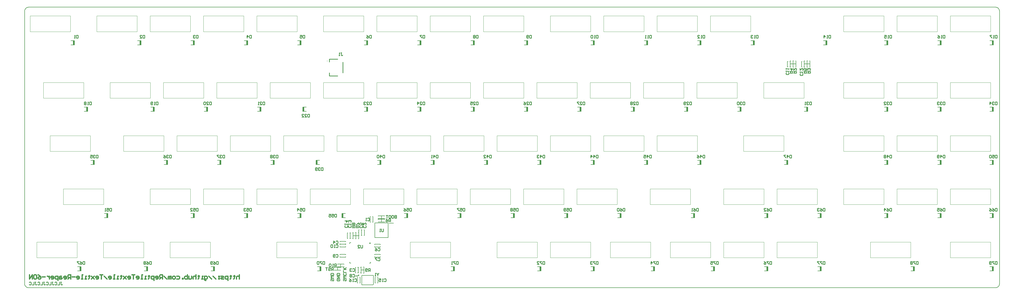
<source format=gbo>
G04*
G04 #@! TF.GenerationSoftware,Altium Limited,Altium Designer,22.5.1 (42)*
G04*
G04 Layer_Color=32896*
%FSLAX25Y25*%
%MOIN*%
G70*
G04*
G04 #@! TF.SameCoordinates,9EC60F07-3E3A-4B4D-9C95-298153E164DB*
G04*
G04*
G04 #@! TF.FilePolarity,Positive*
G04*
G01*
G75*
%ADD10C,0.00984*%
%ADD11C,0.00787*%
%ADD12C,0.01500*%
%ADD20C,0.01000*%
%ADD55C,0.00394*%
%ADD56C,0.01000*%
%ADD57C,0.00394*%
%ADD58C,0.00591*%
%ADD59R,0.02000X0.06248*%
D10*
X485492Y62518D02*
X484754Y62944D01*
Y62091D01*
X485492Y62518D01*
D11*
X445500Y98199D02*
Y104301D01*
Y98199D02*
X450500D01*
X445500Y104301D02*
X450500D01*
X409250Y173199D02*
Y179301D01*
Y173199D02*
X414250D01*
X409250Y179301D02*
X414250D01*
X456732Y61630D02*
Y63285D01*
X458388D01*
X456732Y34250D02*
X458358D01*
X485768D02*
Y35923D01*
X484094Y34250D02*
X485768D01*
X456732D02*
Y35923D01*
X390500Y248199D02*
Y254301D01*
Y248199D02*
X395500D01*
X390500Y254301D02*
X395500D01*
X182000Y248199D02*
Y254301D01*
X177000D02*
X182000D01*
X177000Y248199D02*
X182000D01*
X69500Y341949D02*
Y348051D01*
X64500D02*
X69500D01*
X64500Y341949D02*
X69500D01*
X512077Y90675D02*
X518376D01*
X510699Y70222D02*
Y90813D01*
X491801Y70222D02*
X510699D01*
X491801D02*
Y90813D01*
X510699D01*
X473482Y3575D02*
X486081D01*
X473482D02*
Y16961D01*
X490018D01*
Y4362D02*
Y16961D01*
X489230Y3575D02*
X490018Y4362D01*
X486081Y3575D02*
X489230D01*
X1127500Y341949D02*
Y348051D01*
X1122500D02*
X1127500D01*
X1122500Y341949D02*
X1127500D01*
X158250D02*
X163250D01*
X158250Y348051D02*
X163250D01*
Y341949D02*
Y348051D01*
X1002000Y248199D02*
X1007000D01*
X1002000Y254301D02*
X1007000D01*
Y248199D02*
Y254301D01*
X1095750Y248199D02*
X1100750D01*
X1095750Y254301D02*
X1100750D01*
Y248199D02*
Y254301D01*
X1208250Y248199D02*
X1213250D01*
X1208250Y254301D02*
X1213250D01*
Y248199D02*
Y254301D01*
X627000Y341949D02*
X632000D01*
X627000Y348051D02*
X632000D01*
Y341949D02*
Y348051D01*
X552000Y341949D02*
X557000D01*
X552000Y348051D02*
X557000D01*
Y341949D02*
Y348051D01*
X477000Y341949D02*
X482000D01*
X477000Y348051D02*
X482000D01*
Y341949D02*
Y348051D01*
X383250Y341949D02*
X388250D01*
X383250Y348051D02*
X388250D01*
Y341949D02*
Y348051D01*
X308250Y341949D02*
X313250D01*
X308250Y348051D02*
X313250D01*
Y341949D02*
Y348051D01*
X233250Y341949D02*
X238250D01*
X233250Y348051D02*
X238250D01*
Y341949D02*
Y348051D01*
X1039500Y98199D02*
X1044500D01*
X1039500Y104301D02*
X1044500D01*
Y98199D02*
Y104301D01*
X936500Y98199D02*
X941500D01*
X936500Y104301D02*
X941500D01*
Y98199D02*
Y104301D01*
X833250Y98199D02*
X838250D01*
X833250Y104301D02*
X838250D01*
Y98199D02*
Y104301D01*
X683250Y98199D02*
X688250D01*
X683250Y104301D02*
X688250D01*
Y98199D02*
Y104301D01*
X758250Y98199D02*
X763250D01*
X758250Y104301D02*
X763250D01*
Y98199D02*
Y104301D01*
X1356500Y341949D02*
X1361500D01*
X1356500Y348051D02*
X1361500D01*
Y341949D02*
Y348051D01*
X608250Y98199D02*
X613250D01*
X608250Y104301D02*
X613250D01*
Y98199D02*
Y104301D01*
X533250Y98199D02*
X538250D01*
X533250Y104301D02*
X538250D01*
Y98199D02*
Y104301D01*
X1283250Y341949D02*
X1288250D01*
X1283250Y348051D02*
X1288250D01*
Y341949D02*
Y348051D01*
X1208250Y341949D02*
X1213250D01*
X1208250Y348051D02*
X1213250D01*
Y341949D02*
Y348051D01*
X383250Y98199D02*
X388250D01*
X383250Y104301D02*
X388250D01*
Y98199D02*
Y104301D01*
X1020750Y341949D02*
X1025750D01*
X1020750Y348051D02*
X1025750D01*
Y341949D02*
Y348051D01*
X945750Y341949D02*
X950750D01*
X945750Y348051D02*
X950750D01*
Y341949D02*
Y348051D01*
X252000Y248199D02*
X257000D01*
X252000Y254301D02*
X257000D01*
Y248199D02*
Y254301D01*
X327000Y248199D02*
X332000D01*
X327000Y254301D02*
X332000D01*
Y248199D02*
Y254301D01*
X477000Y248199D02*
X482000D01*
X477000Y254301D02*
X482000D01*
Y248199D02*
Y254301D01*
X552000Y248199D02*
X557000D01*
X552000Y254301D02*
X557000D01*
Y248199D02*
Y254301D01*
X777000Y248199D02*
X782000D01*
X777000Y254301D02*
X782000D01*
Y248199D02*
Y254301D01*
X852000Y248199D02*
X857000D01*
X852000Y254301D02*
X857000D01*
Y248199D02*
Y254301D01*
X627000Y248199D02*
X632000D01*
X627000Y254301D02*
X632000D01*
Y248199D02*
Y254301D01*
X702000Y248199D02*
X707000D01*
X702000Y254301D02*
X707000D01*
Y248199D02*
Y254301D01*
X645750Y173199D02*
X650750D01*
X645750Y179301D02*
X650750D01*
Y173199D02*
Y179301D01*
X570750Y173199D02*
X575750D01*
X570750Y179301D02*
X575750D01*
Y173199D02*
Y179301D01*
X495750Y173199D02*
X500750D01*
X495750Y179301D02*
X500750D01*
Y173199D02*
Y179301D01*
X1067701Y173199D02*
X1072701D01*
X1067701Y179301D02*
X1072701D01*
Y173199D02*
Y179301D01*
X945750Y173199D02*
X950750D01*
X945750Y179301D02*
X950750D01*
Y173199D02*
Y179301D01*
X870750Y173199D02*
X875750D01*
X870750Y179301D02*
X875750D01*
Y173199D02*
Y179301D01*
X795750Y173199D02*
X800750D01*
X795750Y179301D02*
X800750D01*
Y173199D02*
Y179301D01*
X720750Y173199D02*
X725750D01*
X720750Y179301D02*
X725750D01*
Y173199D02*
Y179301D01*
X1356500Y173199D02*
X1361500D01*
X1356500Y179301D02*
X1361500D01*
Y173199D02*
Y179301D01*
X1208250Y173199D02*
X1213250D01*
X1208250Y179301D02*
X1213250D01*
Y173199D02*
Y179301D01*
X1283250Y173199D02*
X1288250D01*
X1283250Y179301D02*
X1288250D01*
Y173199D02*
Y179301D01*
X795750Y23199D02*
X800750D01*
X795750Y29301D02*
X800750D01*
Y23199D02*
Y29301D01*
X720750Y23199D02*
X725750D01*
X720750Y29301D02*
X725750D01*
Y23199D02*
Y29301D01*
X599000Y23199D02*
X604000D01*
X599000Y29301D02*
X604000D01*
Y23199D02*
Y29301D01*
X411250Y23199D02*
X416250D01*
X411250Y29301D02*
X416250D01*
Y23199D02*
Y29301D01*
X261500Y23199D02*
X266500D01*
X261500Y29301D02*
X266500D01*
Y23199D02*
Y29301D01*
X83250Y248199D02*
X88250D01*
X83250Y254301D02*
X88250D01*
Y248199D02*
Y254301D01*
X1356500Y23199D02*
X1361500D01*
X1356500Y29301D02*
X1361500D01*
Y23199D02*
Y29301D01*
X1245750Y23199D02*
X1250750D01*
X1245750Y29301D02*
X1250750D01*
Y23199D02*
Y29301D01*
X1114500Y23199D02*
X1119500D01*
X1114500Y29301D02*
X1119500D01*
Y23199D02*
Y29301D01*
X92596Y173199D02*
X97596D01*
X92596Y179301D02*
X97596D01*
Y173199D02*
Y179301D01*
X195750Y173199D02*
X200750D01*
X195750Y179301D02*
X200750D01*
Y173199D02*
Y179301D01*
X270750Y173199D02*
X275750D01*
X270750Y179301D02*
X275750D01*
Y173199D02*
Y179301D01*
X345750Y173199D02*
X350750D01*
X345750Y179301D02*
X350750D01*
Y173199D02*
Y179301D01*
X1356500Y98199D02*
X1361500D01*
X1356500Y104301D02*
X1361500D01*
Y98199D02*
Y104301D01*
X1208250Y98199D02*
X1213250D01*
X1208250Y104301D02*
X1213250D01*
Y98199D02*
Y104301D01*
X1283250Y98199D02*
X1288250D01*
X1283250Y104301D02*
X1288250D01*
Y98199D02*
Y104301D01*
X1114500Y98199D02*
X1119500D01*
X1114500Y104301D02*
X1119500D01*
Y98199D02*
Y104301D01*
X1039500Y23199D02*
X1044500D01*
X1039500Y29301D02*
X1044500D01*
Y23199D02*
Y29301D01*
X964500Y23199D02*
X969500D01*
X964500Y29301D02*
X969500D01*
Y23199D02*
Y29301D01*
X880250Y23199D02*
X885250D01*
X880250Y29301D02*
X885250D01*
Y23199D02*
Y29301D01*
X927000Y248199D02*
X932000D01*
X927000Y254301D02*
X932000D01*
Y248199D02*
Y254301D01*
X167750Y23199D02*
X172750D01*
X167750Y29301D02*
X172750D01*
Y23199D02*
Y29301D01*
X74000Y23199D02*
X79000D01*
X74000Y29301D02*
X79000D01*
Y23199D02*
Y29301D01*
X870750Y341949D02*
X875750D01*
X870750Y348051D02*
X875750D01*
Y341949D02*
Y348051D01*
X795750Y341949D02*
X800750D01*
X795750Y348051D02*
X800750D01*
Y341949D02*
Y348051D01*
X702000Y341949D02*
X707000D01*
X702000Y348051D02*
X707000D01*
Y341949D02*
Y348051D01*
X1283250Y248199D02*
X1288250D01*
X1283250Y254301D02*
X1288250D01*
Y248199D02*
Y254301D01*
X1356500Y248199D02*
X1361500D01*
X1356500Y254301D02*
X1361500D01*
Y248199D02*
Y254301D01*
X111500Y98199D02*
X116500D01*
X111500Y104301D02*
X116500D01*
Y98199D02*
Y104301D01*
X308250Y98199D02*
X313250D01*
X308250Y104301D02*
X313250D01*
Y98199D02*
Y104301D01*
X233250Y98199D02*
X238250D01*
X233250Y104301D02*
X238250D01*
Y98199D02*
Y104301D01*
X1364503Y395144D02*
X1364500D01*
X1370144Y389503D02*
X1370058Y390482D01*
X1369803Y391432D01*
X1369387Y392323D01*
X1368823Y393128D01*
X1368128Y393823D01*
X1367323Y394387D01*
X1366432Y394803D01*
X1365482Y395058D01*
X1364503Y395144D01*
X1370144Y389500D02*
Y389503D01*
X1364503Y395144D02*
X1364500Y395144D01*
X1370144Y389500D02*
X1370144Y389503D01*
Y5250D02*
Y5250D01*
Y5247D02*
X1370144Y5250D01*
X1370144Y5247D02*
Y5250D01*
X1364500Y-394D02*
X1365480Y-308D01*
X1366430Y-54D01*
X1367321Y362D01*
X1368127Y926D01*
X1368822Y1621D01*
X1369387Y2426D01*
X1369803Y3318D01*
X1370058Y4267D01*
X1370144Y5247D01*
X5250Y395144D02*
X5250D01*
X5250Y395144D02*
X5247Y395144D01*
X4267Y395058D01*
X3318Y394803D01*
X2426Y394387D01*
X1621Y393822D01*
X926Y393127D01*
X362Y392321D01*
X-54Y391430D01*
X-308Y390480D01*
X-394Y389500D01*
X5250Y395144D02*
X5247D01*
X-394Y5000D02*
X-290Y3948D01*
X17Y2936D01*
X515Y2003D01*
X1186Y1186D01*
X2003Y515D01*
X2936Y17D01*
X3948Y-290D01*
X5000Y-394D01*
X5250Y395144D02*
X1364500D01*
X1370144Y5250D02*
Y389500D01*
X-394Y5000D02*
X-394Y389500D01*
X5000Y-394D02*
X1364500D01*
X5000D02*
X5000D01*
X5000D02*
X5000D01*
D12*
X301250Y17997D02*
Y11999D01*
Y14998D01*
X300250Y15998D01*
X298251D01*
X297251Y14998D01*
Y11999D01*
X294252Y16998D02*
Y15998D01*
X295252D01*
X293253D01*
X294252D01*
Y12999D01*
X293253Y11999D01*
X289254Y16998D02*
Y15998D01*
X290254D01*
X288254D01*
X289254D01*
Y12999D01*
X288254Y11999D01*
X285255Y10000D02*
Y15998D01*
X282256D01*
X281257Y14998D01*
Y12999D01*
X282256Y11999D01*
X285255D01*
X279257D02*
X276258D01*
X275258Y12999D01*
X276258Y13999D01*
X278257D01*
X279257Y14998D01*
X278257Y15998D01*
X275258D01*
X273259D02*
X272259D01*
Y14998D01*
X273259D01*
Y15998D01*
Y12999D02*
X272259D01*
Y11999D01*
X273259D01*
Y12999D01*
X268261Y11999D02*
X264262Y15998D01*
X262263Y11999D02*
X258264Y15998D01*
X254265Y10000D02*
X253266D01*
X252266Y11000D01*
Y15998D01*
X255265D01*
X256265Y14998D01*
Y12999D01*
X255265Y11999D01*
X252266D01*
X250267D02*
X248267D01*
X249267D01*
Y15998D01*
X250267D01*
X244268Y16998D02*
Y15998D01*
X245268D01*
X243269D01*
X244268D01*
Y12999D01*
X243269Y11999D01*
X240270Y17997D02*
Y11999D01*
Y14998D01*
X239270Y15998D01*
X237271D01*
X236271Y14998D01*
Y11999D01*
X234272Y15998D02*
Y12999D01*
X233272Y11999D01*
X230273D01*
Y15998D01*
X228274Y17997D02*
Y11999D01*
X225275D01*
X224275Y12999D01*
Y13999D01*
Y14998D01*
X225275Y15998D01*
X228274D01*
X222276Y11999D02*
Y12999D01*
X221276D01*
Y11999D01*
X222276D01*
X213279Y15998D02*
X216278D01*
X217277Y14998D01*
Y12999D01*
X216278Y11999D01*
X213279D01*
X210279D02*
X208280D01*
X207280Y12999D01*
Y14998D01*
X208280Y15998D01*
X210279D01*
X211279Y14998D01*
Y12999D01*
X210279Y11999D01*
X205281D02*
Y15998D01*
X204281D01*
X203282Y14998D01*
Y11999D01*
Y14998D01*
X202282Y15998D01*
X201282Y14998D01*
Y11999D01*
X199283D02*
X195284Y15998D01*
X193285Y11999D02*
Y17997D01*
X190286D01*
X189286Y16998D01*
Y14998D01*
X190286Y13999D01*
X193285D01*
X191286D02*
X189286Y11999D01*
X184288D02*
X186287D01*
X187287Y12999D01*
Y14998D01*
X186287Y15998D01*
X184288D01*
X183288Y14998D01*
Y13999D01*
X187287D01*
X181289Y10000D02*
Y15998D01*
X178290D01*
X177290Y14998D01*
Y12999D01*
X178290Y11999D01*
X181289D01*
X174291Y16998D02*
Y15998D01*
X175291D01*
X173291D01*
X174291D01*
Y12999D01*
X173291Y11999D01*
X170292D02*
X168293D01*
X169293D01*
Y15998D01*
X170292D01*
X165294Y11999D02*
X163295D01*
X164294D01*
Y17997D01*
X165294D01*
X157297Y11999D02*
X159296D01*
X160296Y12999D01*
Y14998D01*
X159296Y15998D01*
X157297D01*
X156297Y14998D01*
Y13999D01*
X160296D01*
X154298Y17997D02*
X150299D01*
X152298D01*
Y11999D01*
X145300D02*
X147300D01*
X148300Y12999D01*
Y14998D01*
X147300Y15998D01*
X145300D01*
X144301Y14998D01*
Y13999D01*
X148300D01*
X142301Y15998D02*
X138303Y11999D01*
X140302Y13999D01*
X138303Y15998D01*
X142301Y11999D01*
X135304Y16998D02*
Y15998D01*
X136303D01*
X134304D01*
X135304D01*
Y12999D01*
X134304Y11999D01*
X131305D02*
X129306D01*
X130305D01*
Y15998D01*
X131305D01*
X126307Y11999D02*
X124307D01*
X125307D01*
Y17997D01*
X126307D01*
X118309Y11999D02*
X120309D01*
X121308Y12999D01*
Y14998D01*
X120309Y15998D01*
X118309D01*
X117309Y14998D01*
Y13999D01*
X121308D01*
X115310Y11999D02*
X111311Y15998D01*
X109312Y17997D02*
X105313D01*
X107313D01*
Y11999D01*
X100315D02*
X102314D01*
X103314Y12999D01*
Y14998D01*
X102314Y15998D01*
X100315D01*
X99315Y14998D01*
Y13999D01*
X103314D01*
X97316Y15998D02*
X93317Y11999D01*
X95317Y13999D01*
X93317Y15998D01*
X97316Y11999D01*
X90318Y16998D02*
Y15998D01*
X91318D01*
X89319D01*
X90318D01*
Y12999D01*
X89319Y11999D01*
X86320D02*
X84320D01*
X85320D01*
Y15998D01*
X86320D01*
X81321Y11999D02*
X79322D01*
X80322D01*
Y17997D01*
X81321D01*
X73324Y11999D02*
X75323D01*
X76323Y12999D01*
Y14998D01*
X75323Y15998D01*
X73324D01*
X72324Y14998D01*
Y13999D01*
X76323D01*
X70325Y14998D02*
X66326D01*
X64327Y11999D02*
Y17997D01*
X61328D01*
X60328Y16998D01*
Y14998D01*
X61328Y13999D01*
X64327D01*
X62327D02*
X60328Y11999D01*
X55330D02*
X57329D01*
X58329Y12999D01*
Y14998D01*
X57329Y15998D01*
X55330D01*
X54330Y14998D01*
Y13999D01*
X58329D01*
X51331Y15998D02*
X49332D01*
X48332Y14998D01*
Y11999D01*
X51331D01*
X52331Y12999D01*
X51331Y13999D01*
X48332D01*
X46332Y10000D02*
Y15998D01*
X43334D01*
X42334Y14998D01*
Y12999D01*
X43334Y11999D01*
X46332D01*
X37335D02*
X39335D01*
X40334Y12999D01*
Y14998D01*
X39335Y15998D01*
X37335D01*
X36336Y14998D01*
Y13999D01*
X40334D01*
X34336Y15998D02*
Y11999D01*
Y13999D01*
X33337Y14998D01*
X32337Y15998D01*
X31337D01*
X28338Y14998D02*
X24340D01*
X18342Y17997D02*
X20341Y16998D01*
X22340Y14998D01*
Y12999D01*
X21341Y11999D01*
X19341D01*
X18342Y12999D01*
Y13999D01*
X19341Y14998D01*
X22340D01*
X16342Y16998D02*
X15342Y17997D01*
X13343D01*
X12343Y16998D01*
Y12999D01*
X13343Y11999D01*
X15342D01*
X16342Y12999D01*
Y16998D01*
X10344Y11999D02*
Y17997D01*
X6345Y11999D01*
Y17997D01*
D20*
X85711Y11977D02*
X85111Y12324D01*
Y11631D01*
X85711Y11977D01*
X130700Y11995D02*
X130100Y12342D01*
Y11649D01*
X130700Y11995D01*
X169650Y12000D02*
X169050Y12346D01*
Y11654D01*
X169650Y12000D01*
X249650D02*
X249050Y12346D01*
Y11654D01*
X249650Y12000D01*
X464750Y16268D02*
X465500D01*
X468500Y17768D02*
X469250D01*
Y17018D02*
Y17768D01*
X467750Y16268D02*
X469250Y17768D01*
X465500Y16268D02*
X467750D01*
X427906Y322000D02*
X439638D01*
X427906Y298378D02*
X439638D01*
X427906Y317949D02*
Y322000D01*
Y298378D02*
Y302563D01*
X447000Y302697D02*
Y317693D01*
X49834Y7499D02*
X51167D01*
X50501D01*
Y4166D01*
X51167Y3500D01*
X51834D01*
X52500Y4166D01*
X48501Y7499D02*
Y3500D01*
X45836D01*
X41837Y6832D02*
X42503Y7499D01*
X43836D01*
X44503Y6832D01*
Y4166D01*
X43836Y3500D01*
X42503D01*
X41837Y4166D01*
X37838Y7499D02*
X39171D01*
X38504D01*
Y4166D01*
X39171Y3500D01*
X39837D01*
X40504Y4166D01*
X36505Y7499D02*
Y3500D01*
X33839D01*
X29841Y6832D02*
X30507Y7499D01*
X31840D01*
X32506Y6832D01*
Y4166D01*
X31840Y3500D01*
X30507D01*
X29841Y4166D01*
X25842Y7499D02*
X27175D01*
X26508D01*
Y4166D01*
X27175Y3500D01*
X27841D01*
X28508Y4166D01*
X24509Y7499D02*
Y3500D01*
X21843D01*
X17844Y6832D02*
X18511Y7499D01*
X19844D01*
X20510Y6832D01*
Y4166D01*
X19844Y3500D01*
X18511D01*
X17844Y4166D01*
X13846Y7499D02*
X15179D01*
X14512D01*
Y4166D01*
X15179Y3500D01*
X15845D01*
X16512Y4166D01*
X12513Y7499D02*
Y3500D01*
X9847D01*
X5848Y6832D02*
X6515Y7499D01*
X7848D01*
X8514Y6832D01*
Y4166D01*
X7848Y3500D01*
X6515D01*
X5848Y4166D01*
X1132500Y355499D02*
Y351500D01*
X1130501D01*
X1129834Y352166D01*
Y354832D01*
X1130501Y355499D01*
X1132500D01*
X1128501Y351500D02*
X1127168D01*
X1127835D01*
Y355499D01*
X1128501Y354832D01*
X1123170Y351500D02*
Y355499D01*
X1125169Y353499D01*
X1122503D01*
X444034Y330899D02*
X445367D01*
X444701D01*
Y327566D01*
X445367Y326900D01*
X446034D01*
X446700Y327566D01*
X442701Y326900D02*
X441368D01*
X442035D01*
Y330899D01*
X442701Y330232D01*
X497416Y20267D02*
Y19601D01*
X496083Y18268D01*
X494750Y19601D01*
Y20267D01*
X496083Y18268D02*
Y16268D01*
X493417D02*
X492084D01*
X492751D01*
Y20267D01*
X493417Y19601D01*
X514082Y92518D02*
Y96517D01*
X512083D01*
X511416Y95851D01*
Y94518D01*
X512083Y93851D01*
X514082D01*
X512749D02*
X511416Y92518D01*
X507418Y96517D02*
X508751Y95851D01*
X510083Y94518D01*
Y93185D01*
X509417Y92518D01*
X508084D01*
X507418Y93185D01*
Y93851D01*
X508084Y94518D01*
X510083D01*
X522331Y101749D02*
Y97751D01*
X520332D01*
X519665Y98417D01*
Y99084D01*
X520332Y99750D01*
X522331D01*
X520332D01*
X519665Y100416D01*
Y101083D01*
X520332Y101749D01*
X522331D01*
X516333D02*
X517666D01*
X518332Y101083D01*
Y98417D01*
X517666Y97751D01*
X516333D01*
X515666Y98417D01*
Y101083D01*
X516333Y101749D01*
X512334D02*
X513667D01*
X514333Y101083D01*
Y98417D01*
X513667Y97751D01*
X512334D01*
X511668Y98417D01*
Y101083D01*
X512334Y101749D01*
X510335D02*
X507669D01*
X509002D01*
Y97751D01*
X1095001Y302418D02*
X1098999D01*
Y304417D01*
X1098333Y305084D01*
X1097000D01*
X1096334Y304417D01*
Y302418D01*
Y303751D02*
X1095001Y305084D01*
X1098999Y309082D02*
Y306417D01*
X1097000D01*
X1097666Y307749D01*
Y308416D01*
X1097000Y309082D01*
X1095667D01*
X1095001Y308416D01*
Y307083D01*
X1095667Y306417D01*
X1075251Y302418D02*
X1079249D01*
Y304417D01*
X1078583Y305084D01*
X1077250D01*
X1076583Y304417D01*
Y302418D01*
Y303751D02*
X1075251Y305084D01*
Y308416D02*
X1079249D01*
X1077250Y306417D01*
Y309082D01*
X433332Y24001D02*
Y27999D01*
X431332D01*
X430666Y27333D01*
Y26000D01*
X431332Y25333D01*
X433332D01*
X431999D02*
X430666Y24001D01*
X426667Y27333D02*
X427334Y27999D01*
X428666D01*
X429333Y27333D01*
Y26666D01*
X428666Y26000D01*
X427334D01*
X426667Y25333D01*
Y24667D01*
X427334Y24001D01*
X428666D01*
X429333Y24667D01*
X425334Y27999D02*
X422668D01*
X424001D01*
Y24001D01*
X1100251Y302418D02*
X1104249D01*
Y304417D01*
X1103583Y305084D01*
X1102250D01*
X1101583Y304417D01*
Y302418D01*
Y303751D02*
X1100251Y305084D01*
X1103583Y306417D02*
X1104249Y307083D01*
Y308416D01*
X1103583Y309082D01*
X1102917D01*
X1102250Y308416D01*
Y307749D01*
Y308416D01*
X1101583Y309082D01*
X1100917D01*
X1100251Y308416D01*
Y307083D01*
X1100917Y306417D01*
X1080501Y302418D02*
X1084499D01*
Y304417D01*
X1083833Y305084D01*
X1082500D01*
X1081833Y304417D01*
Y302418D01*
Y303751D02*
X1080501Y305084D01*
Y309082D02*
Y306417D01*
X1083167Y309082D01*
X1083833D01*
X1084499Y308416D01*
Y307083D01*
X1083833Y306417D01*
X437748Y29251D02*
Y33249D01*
X435749D01*
X435083Y32583D01*
Y31250D01*
X435749Y30584D01*
X437748D01*
X436415D02*
X435083Y29251D01*
X433750D02*
X432417D01*
X433083D01*
Y33249D01*
X433750Y32583D01*
X430417D02*
X429751Y33249D01*
X428418D01*
X427752Y32583D01*
Y29917D01*
X428418Y29251D01*
X429751D01*
X430417Y29917D01*
Y32583D01*
X485332Y22518D02*
Y26517D01*
X483333D01*
X482666Y25851D01*
Y24518D01*
X483333Y23851D01*
X485332D01*
X483999D02*
X482666Y22518D01*
X481333Y23185D02*
X480667Y22518D01*
X479334D01*
X478668Y23185D01*
Y25851D01*
X479334Y26517D01*
X480667D01*
X481333Y25851D01*
Y25184D01*
X480667Y24518D01*
X478668D01*
X460001Y84435D02*
X463999D01*
Y86435D01*
X463333Y87101D01*
X462000D01*
X461334Y86435D01*
Y84435D01*
Y85768D02*
X460001Y87101D01*
X463333Y88434D02*
X463999Y89101D01*
Y90434D01*
X463333Y91100D01*
X462666D01*
X462000Y90434D01*
X461334Y91100D01*
X460667D01*
X460001Y90434D01*
Y89101D01*
X460667Y88434D01*
X461334D01*
X462000Y89101D01*
X462666Y88434D01*
X463333D01*
X462000Y89101D02*
Y90434D01*
X465251Y84435D02*
X469249D01*
Y86435D01*
X468583Y87101D01*
X467250D01*
X466584Y86435D01*
Y84435D01*
Y85768D02*
X465251Y87101D01*
X469249Y88434D02*
Y91100D01*
X468583D01*
X465917Y88434D01*
X465251D01*
X481500Y97351D02*
X482166Y98017D01*
X483499D01*
X484166Y97351D01*
Y94685D01*
X483499Y94018D01*
X482166D01*
X481500Y94685D01*
X480167Y94018D02*
X478834D01*
X479501D01*
Y98017D01*
X480167Y97351D01*
X463333Y11601D02*
X463999Y12267D01*
X465332D01*
X465998Y11601D01*
Y8935D01*
X465332Y8268D01*
X463999D01*
X463333Y8935D01*
X462000Y8268D02*
X460667D01*
X461333D01*
Y12267D01*
X462000Y11601D01*
X456002Y12267D02*
X457335Y11601D01*
X458667Y10268D01*
Y8935D01*
X458001Y8268D01*
X456668D01*
X456002Y8935D01*
Y9601D01*
X456668Y10268D01*
X458667D01*
X504833Y11601D02*
X505499Y12267D01*
X506832D01*
X507498Y11601D01*
Y8935D01*
X506832Y8268D01*
X505499D01*
X504833Y8935D01*
X503500Y8268D02*
X502167D01*
X502833D01*
Y12267D01*
X503500Y11601D01*
X497502Y12267D02*
X500167D01*
Y10268D01*
X498835Y10934D01*
X498168D01*
X497502Y10268D01*
Y8935D01*
X498168Y8268D01*
X499501D01*
X500167Y8935D01*
X452833Y87185D02*
X453499Y86519D01*
Y85186D01*
X452833Y84519D01*
X450167D01*
X449501Y85186D01*
Y86519D01*
X450167Y87185D01*
X449501Y88518D02*
Y89851D01*
Y89184D01*
X453499D01*
X452833Y88518D01*
X449501Y93850D02*
X453499D01*
X451500Y91850D01*
Y94516D01*
X458083Y87185D02*
X458749Y86519D01*
Y85186D01*
X458083Y84519D01*
X455417D01*
X454751Y85186D01*
Y86519D01*
X455417Y87185D01*
X454751Y88518D02*
Y89851D01*
Y89184D01*
X458749D01*
X458083Y88518D01*
Y91850D02*
X458749Y92517D01*
Y93850D01*
X458083Y94516D01*
X457416D01*
X456750Y93850D01*
Y93183D01*
Y93850D01*
X456084Y94516D01*
X455417D01*
X454751Y93850D01*
Y92517D01*
X455417Y91850D01*
X437333Y59601D02*
X437999Y60267D01*
X439332D01*
X439998Y59601D01*
Y56935D01*
X439332Y56268D01*
X437999D01*
X437333Y56935D01*
X436000Y56268D02*
X434667D01*
X435333D01*
Y60267D01*
X436000Y59601D01*
X432667D02*
X432001Y60267D01*
X430668D01*
X430002Y59601D01*
Y56935D01*
X430668Y56268D01*
X432001D01*
X432667Y56935D01*
Y59601D01*
X437416Y46101D02*
X438083Y46767D01*
X439416D01*
X440082Y46101D01*
Y43435D01*
X439416Y42768D01*
X438083D01*
X437416Y43435D01*
X436084D02*
X435417Y42768D01*
X434084D01*
X433418Y43435D01*
Y46101D01*
X434084Y46767D01*
X435417D01*
X436084Y46101D01*
Y45434D01*
X435417Y44768D01*
X433418D01*
X460666Y17851D02*
X461333Y18517D01*
X462666D01*
X463332Y17851D01*
Y15185D01*
X462666Y14518D01*
X461333D01*
X460666Y15185D01*
X459334Y17851D02*
X458667Y18517D01*
X457334D01*
X456668Y17851D01*
Y17184D01*
X457334Y16518D01*
X456668Y15851D01*
Y15185D01*
X457334Y14518D01*
X458667D01*
X459334Y15185D01*
Y15851D01*
X458667Y16518D01*
X459334Y17184D01*
Y17851D01*
X458667Y16518D02*
X457334D01*
X496200Y40814D02*
X496866Y41480D01*
X498199D01*
X498866Y40814D01*
Y38148D01*
X498199Y37482D01*
X496866D01*
X496200Y38148D01*
X494867Y41480D02*
X492201D01*
Y40814D01*
X494867Y38148D01*
Y37482D01*
X496200Y55064D02*
X496866Y55730D01*
X498199D01*
X498866Y55064D01*
Y52398D01*
X498199Y51732D01*
X496866D01*
X496200Y52398D01*
X492201Y55730D02*
X493534Y55064D01*
X494867Y53731D01*
Y52398D01*
X494201Y51732D01*
X492868D01*
X492201Y52398D01*
Y53065D01*
X492868Y53731D01*
X494867D01*
X473833Y87101D02*
X474499Y86435D01*
Y85102D01*
X473833Y84435D01*
X471167D01*
X470501Y85102D01*
Y86435D01*
X471167Y87101D01*
X474499Y91100D02*
Y88434D01*
X472500D01*
X473166Y89767D01*
Y90434D01*
X472500Y91100D01*
X471167D01*
X470501Y90434D01*
Y89101D01*
X471167Y88434D01*
X437416Y65101D02*
X438083Y65767D01*
X439416D01*
X440082Y65101D01*
Y62435D01*
X439416Y61768D01*
X438083D01*
X437416Y62435D01*
X434084Y61768D02*
Y65767D01*
X436084Y63768D01*
X433418D01*
X460666Y25851D02*
X461333Y26517D01*
X462666D01*
X463332Y25851D01*
Y23185D01*
X462666Y22518D01*
X461333D01*
X460666Y23185D01*
X459334Y25851D02*
X458667Y26517D01*
X457334D01*
X456668Y25851D01*
Y25184D01*
X457334Y24518D01*
X458001D01*
X457334D01*
X456668Y23851D01*
Y23185D01*
X457334Y22518D01*
X458667D01*
X459334Y23185D01*
X479083Y87101D02*
X479749Y86435D01*
Y85102D01*
X479083Y84435D01*
X476417D01*
X475751Y85102D01*
Y86435D01*
X476417Y87101D01*
X475751Y91100D02*
Y88434D01*
X478416Y91100D01*
X479083D01*
X479749Y90434D01*
Y89101D01*
X479083Y88434D01*
X503916Y82517D02*
Y79185D01*
X503249Y78518D01*
X501916D01*
X501250Y79185D01*
Y82517D01*
X499917Y78518D02*
X498584D01*
X499251D01*
Y82517D01*
X499917Y81851D01*
X474582Y59767D02*
Y56435D01*
X473916Y55768D01*
X472583D01*
X471916Y56435D01*
Y59767D01*
X467918Y55768D02*
X470583D01*
X467918Y58434D01*
Y59101D01*
X468584Y59767D01*
X469917D01*
X470583Y59101D01*
X442083Y11834D02*
X442749Y11168D01*
Y9835D01*
X442083Y9168D01*
X439417D01*
X438751Y9835D01*
Y11168D01*
X439417Y11834D01*
X440750D01*
Y10501D01*
X438751Y13167D02*
X442749D01*
X438751Y15833D01*
X442749D01*
Y17166D02*
X438751D01*
Y19165D01*
X439417Y19832D01*
X442083D01*
X442749Y19165D01*
Y17166D01*
X433333Y11834D02*
X433999Y11168D01*
Y9835D01*
X433333Y9168D01*
X432666D01*
X432000Y9835D01*
Y11168D01*
X431333Y11834D01*
X430667D01*
X430001Y11168D01*
Y9835D01*
X430667Y9168D01*
X433999Y13167D02*
X430001D01*
X431333Y14500D01*
X430001Y15833D01*
X433999D01*
Y17166D02*
X430001D01*
Y19165D01*
X430667Y19832D01*
X433333D01*
X433999Y19165D01*
Y17166D01*
X450833Y11835D02*
X451499Y11169D01*
Y9836D01*
X450833Y9170D01*
X450166D01*
X449500Y9836D01*
Y11169D01*
X448834Y11835D01*
X448167D01*
X447501Y11169D01*
Y9836D01*
X448167Y9170D01*
X451499Y13168D02*
X447501D01*
X448834Y14501D01*
X447501Y15834D01*
X451499D01*
X450833Y19833D02*
X451499Y19166D01*
Y17833D01*
X450833Y17167D01*
X448167D01*
X447501Y17833D01*
Y19166D01*
X448167Y19833D01*
X451499Y21166D02*
X447501D01*
Y23832D01*
X451499Y25164D02*
X447501D01*
X448834D01*
X451499Y27830D01*
X449500Y25831D01*
X447501Y27830D01*
X1366500Y36799D02*
Y32800D01*
X1364501D01*
X1363834Y33466D01*
Y36132D01*
X1364501Y36799D01*
X1366500D01*
X1362501D02*
X1359836D01*
Y36132D01*
X1362501Y33466D01*
Y32800D01*
X1358503Y33466D02*
X1357836Y32800D01*
X1356503D01*
X1355837Y33466D01*
Y36132D01*
X1356503Y36799D01*
X1357836D01*
X1358503Y36132D01*
Y35466D01*
X1357836Y34799D01*
X1355837D01*
X1255700Y36799D02*
Y32800D01*
X1253701D01*
X1253034Y33466D01*
Y36132D01*
X1253701Y36799D01*
X1255700D01*
X1251701D02*
X1249035D01*
Y36132D01*
X1251701Y33466D01*
Y32800D01*
X1247703Y36132D02*
X1247036Y36799D01*
X1245703D01*
X1245037Y36132D01*
Y35466D01*
X1245703Y34799D01*
X1245037Y34133D01*
Y33466D01*
X1245703Y32800D01*
X1247036D01*
X1247703Y33466D01*
Y34133D01*
X1247036Y34799D01*
X1247703Y35466D01*
Y36132D01*
X1247036Y34799D02*
X1245703D01*
X1124500Y36799D02*
Y32800D01*
X1122501D01*
X1121834Y33466D01*
Y36132D01*
X1122501Y36799D01*
X1124500D01*
X1120501D02*
X1117836D01*
Y36132D01*
X1120501Y33466D01*
Y32800D01*
X1116503Y36799D02*
X1113837D01*
Y36132D01*
X1116503Y33466D01*
Y32800D01*
X1049500Y36799D02*
Y32800D01*
X1047501D01*
X1046834Y33466D01*
Y36132D01*
X1047501Y36799D01*
X1049500D01*
X1045501D02*
X1042836D01*
Y36132D01*
X1045501Y33466D01*
Y32800D01*
X1038837Y36799D02*
X1040170Y36132D01*
X1041503Y34799D01*
Y33466D01*
X1040836Y32800D01*
X1039503D01*
X1038837Y33466D01*
Y34133D01*
X1039503Y34799D01*
X1041503D01*
X974500Y36799D02*
Y32800D01*
X972501D01*
X971834Y33466D01*
Y36132D01*
X972501Y36799D01*
X974500D01*
X970501D02*
X967836D01*
Y36132D01*
X970501Y33466D01*
Y32800D01*
X963837Y36799D02*
X966503D01*
Y34799D01*
X965170Y35466D01*
X964503D01*
X963837Y34799D01*
Y33466D01*
X964503Y32800D01*
X965836D01*
X966503Y33466D01*
X890200Y36799D02*
Y32800D01*
X888201D01*
X887534Y33466D01*
Y36132D01*
X888201Y36799D01*
X890200D01*
X886201D02*
X883535D01*
Y36132D01*
X886201Y33466D01*
Y32800D01*
X880203D02*
Y36799D01*
X882203Y34799D01*
X879537D01*
X805700Y36799D02*
Y32800D01*
X803701D01*
X803034Y33466D01*
Y36132D01*
X803701Y36799D01*
X805700D01*
X801701D02*
X799036D01*
Y36132D01*
X801701Y33466D01*
Y32800D01*
X797703Y36132D02*
X797036Y36799D01*
X795703D01*
X795037Y36132D01*
Y35466D01*
X795703Y34799D01*
X796370D01*
X795703D01*
X795037Y34133D01*
Y33466D01*
X795703Y32800D01*
X797036D01*
X797703Y33466D01*
X730700Y36799D02*
Y32800D01*
X728701D01*
X728034Y33466D01*
Y36132D01*
X728701Y36799D01*
X730700D01*
X726701D02*
X724036D01*
Y36132D01*
X726701Y33466D01*
Y32800D01*
X720037D02*
X722703D01*
X720037Y35466D01*
Y36132D01*
X720703Y36799D01*
X722036D01*
X722703Y36132D01*
X609000Y36799D02*
Y32800D01*
X607001D01*
X606334Y33466D01*
Y36132D01*
X607001Y36799D01*
X609000D01*
X605001D02*
X602336D01*
Y36132D01*
X605001Y33466D01*
Y32800D01*
X601003D02*
X599670D01*
X600336D01*
Y36799D01*
X601003Y36132D01*
X421200Y36799D02*
Y32800D01*
X419201D01*
X418534Y33466D01*
Y36132D01*
X419201Y36799D01*
X421200D01*
X417201D02*
X414536D01*
Y36132D01*
X417201Y33466D01*
Y32800D01*
X413203Y36132D02*
X412536Y36799D01*
X411203D01*
X410537Y36132D01*
Y33466D01*
X411203Y32800D01*
X412536D01*
X413203Y33466D01*
Y36132D01*
X271500Y36799D02*
Y32800D01*
X269501D01*
X268834Y33466D01*
Y36132D01*
X269501Y36799D01*
X271500D01*
X264836D02*
X266168Y36132D01*
X267501Y34799D01*
Y33466D01*
X266835Y32800D01*
X265502D01*
X264836Y33466D01*
Y34133D01*
X265502Y34799D01*
X267501D01*
X263503Y33466D02*
X262836Y32800D01*
X261503D01*
X260837Y33466D01*
Y36132D01*
X261503Y36799D01*
X262836D01*
X263503Y36132D01*
Y35466D01*
X262836Y34799D01*
X260837D01*
X177700Y36799D02*
Y32800D01*
X175701D01*
X175034Y33466D01*
Y36132D01*
X175701Y36799D01*
X177700D01*
X171036D02*
X172368Y36132D01*
X173701Y34799D01*
Y33466D01*
X173035Y32800D01*
X171702D01*
X171036Y33466D01*
Y34133D01*
X171702Y34799D01*
X173701D01*
X169703Y36132D02*
X169036Y36799D01*
X167703D01*
X167037Y36132D01*
Y35466D01*
X167703Y34799D01*
X167037Y34133D01*
Y33466D01*
X167703Y32800D01*
X169036D01*
X169703Y33466D01*
Y34133D01*
X169036Y34799D01*
X169703Y35466D01*
Y36132D01*
X169036Y34799D02*
X167703D01*
X84000Y36799D02*
Y32800D01*
X82001D01*
X81334Y33466D01*
Y36132D01*
X82001Y36799D01*
X84000D01*
X77336D02*
X78668Y36132D01*
X80001Y34799D01*
Y33466D01*
X79335Y32800D01*
X78002D01*
X77336Y33466D01*
Y34133D01*
X78002Y34799D01*
X80001D01*
X76003Y36799D02*
X73337D01*
Y36132D01*
X76003Y33466D01*
Y32800D01*
X1366500Y111799D02*
Y107800D01*
X1364501D01*
X1363834Y108466D01*
Y111132D01*
X1364501Y111799D01*
X1366500D01*
X1359836D02*
X1361168Y111132D01*
X1362501Y109799D01*
Y108466D01*
X1361835Y107800D01*
X1360502D01*
X1359836Y108466D01*
Y109133D01*
X1360502Y109799D01*
X1362501D01*
X1355837Y111799D02*
X1357170Y111132D01*
X1358503Y109799D01*
Y108466D01*
X1357836Y107800D01*
X1356503D01*
X1355837Y108466D01*
Y109133D01*
X1356503Y109799D01*
X1358503D01*
X1293200Y111799D02*
Y107800D01*
X1291201D01*
X1290534Y108466D01*
Y111132D01*
X1291201Y111799D01*
X1293200D01*
X1286535D02*
X1287868Y111132D01*
X1289201Y109799D01*
Y108466D01*
X1288535Y107800D01*
X1287202D01*
X1286535Y108466D01*
Y109133D01*
X1287202Y109799D01*
X1289201D01*
X1282537Y111799D02*
X1285203D01*
Y109799D01*
X1283870Y110466D01*
X1283203D01*
X1282537Y109799D01*
Y108466D01*
X1283203Y107800D01*
X1284536D01*
X1285203Y108466D01*
X1218200Y111799D02*
Y107800D01*
X1216201D01*
X1215534Y108466D01*
Y111132D01*
X1216201Y111799D01*
X1218200D01*
X1211535D02*
X1212868Y111132D01*
X1214201Y109799D01*
Y108466D01*
X1213535Y107800D01*
X1212202D01*
X1211535Y108466D01*
Y109133D01*
X1212202Y109799D01*
X1214201D01*
X1208203Y107800D02*
Y111799D01*
X1210203Y109799D01*
X1207537D01*
X1124500Y111799D02*
Y107800D01*
X1122501D01*
X1121834Y108466D01*
Y111132D01*
X1122501Y111799D01*
X1124500D01*
X1117836D02*
X1119168Y111132D01*
X1120501Y109799D01*
Y108466D01*
X1119835Y107800D01*
X1118502D01*
X1117836Y108466D01*
Y109133D01*
X1118502Y109799D01*
X1120501D01*
X1116503Y111132D02*
X1115836Y111799D01*
X1114503D01*
X1113837Y111132D01*
Y110466D01*
X1114503Y109799D01*
X1115170D01*
X1114503D01*
X1113837Y109133D01*
Y108466D01*
X1114503Y107800D01*
X1115836D01*
X1116503Y108466D01*
X1049500Y111799D02*
Y107800D01*
X1047501D01*
X1046834Y108466D01*
Y111132D01*
X1047501Y111799D01*
X1049500D01*
X1042836D02*
X1044168Y111132D01*
X1045501Y109799D01*
Y108466D01*
X1044835Y107800D01*
X1043502D01*
X1042836Y108466D01*
Y109133D01*
X1043502Y109799D01*
X1045501D01*
X1038837Y107800D02*
X1041503D01*
X1038837Y110466D01*
Y111132D01*
X1039503Y111799D01*
X1040836D01*
X1041503Y111132D01*
X946500Y111799D02*
Y107800D01*
X944501D01*
X943834Y108466D01*
Y111132D01*
X944501Y111799D01*
X946500D01*
X939835D02*
X941168Y111132D01*
X942501Y109799D01*
Y108466D01*
X941835Y107800D01*
X940502D01*
X939835Y108466D01*
Y109133D01*
X940502Y109799D01*
X942501D01*
X938503Y107800D02*
X937170D01*
X937836D01*
Y111799D01*
X938503Y111132D01*
X843200Y111799D02*
Y107800D01*
X841201D01*
X840534Y108466D01*
Y111132D01*
X841201Y111799D01*
X843200D01*
X836535D02*
X837868Y111132D01*
X839201Y109799D01*
Y108466D01*
X838535Y107800D01*
X837202D01*
X836535Y108466D01*
Y109133D01*
X837202Y109799D01*
X839201D01*
X835203Y111132D02*
X834536Y111799D01*
X833203D01*
X832537Y111132D01*
Y108466D01*
X833203Y107800D01*
X834536D01*
X835203Y108466D01*
Y111132D01*
X768200Y111799D02*
Y107800D01*
X766201D01*
X765534Y108466D01*
Y111132D01*
X766201Y111799D01*
X768200D01*
X761536D02*
X764201D01*
Y109799D01*
X762868Y110466D01*
X762202D01*
X761536Y109799D01*
Y108466D01*
X762202Y107800D01*
X763535D01*
X764201Y108466D01*
X760203D02*
X759536Y107800D01*
X758203D01*
X757537Y108466D01*
Y111132D01*
X758203Y111799D01*
X759536D01*
X760203Y111132D01*
Y110466D01*
X759536Y109799D01*
X757537D01*
X693200Y111799D02*
Y107800D01*
X691201D01*
X690534Y108466D01*
Y111132D01*
X691201Y111799D01*
X693200D01*
X686536D02*
X689201D01*
Y109799D01*
X687868Y110466D01*
X687202D01*
X686536Y109799D01*
Y108466D01*
X687202Y107800D01*
X688535D01*
X689201Y108466D01*
X685203Y111132D02*
X684536Y111799D01*
X683203D01*
X682537Y111132D01*
Y110466D01*
X683203Y109799D01*
X682537Y109133D01*
Y108466D01*
X683203Y107800D01*
X684536D01*
X685203Y108466D01*
Y109133D01*
X684536Y109799D01*
X685203Y110466D01*
Y111132D01*
X684536Y109799D02*
X683203D01*
X618200Y111799D02*
Y107800D01*
X616201D01*
X615534Y108466D01*
Y111132D01*
X616201Y111799D01*
X618200D01*
X611536D02*
X614201D01*
Y109799D01*
X612868Y110466D01*
X612202D01*
X611536Y109799D01*
Y108466D01*
X612202Y107800D01*
X613535D01*
X614201Y108466D01*
X610203Y111799D02*
X607537D01*
Y111132D01*
X610203Y108466D01*
Y107800D01*
X543200Y111799D02*
Y107800D01*
X541201D01*
X540534Y108466D01*
Y111132D01*
X541201Y111799D01*
X543200D01*
X536536D02*
X539201D01*
Y109799D01*
X537868Y110466D01*
X537202D01*
X536536Y109799D01*
Y108466D01*
X537202Y107800D01*
X538535D01*
X539201Y108466D01*
X532537Y111799D02*
X533870Y111132D01*
X535203Y109799D01*
Y108466D01*
X534536Y107800D01*
X533203D01*
X532537Y108466D01*
Y109133D01*
X533203Y109799D01*
X535203D01*
X438082Y103249D02*
Y99251D01*
X436082D01*
X435416Y99917D01*
Y102583D01*
X436082Y103249D01*
X438082D01*
X431417D02*
X434083D01*
Y101250D01*
X432750Y101916D01*
X432084D01*
X431417Y101250D01*
Y99917D01*
X432084Y99251D01*
X433416D01*
X434083Y99917D01*
X427418Y103249D02*
X430084D01*
Y101250D01*
X428751Y101916D01*
X428085D01*
X427418Y101250D01*
Y99917D01*
X428085Y99251D01*
X429418D01*
X430084Y99917D01*
X393200Y111799D02*
Y107800D01*
X391201D01*
X390534Y108466D01*
Y111132D01*
X391201Y111799D01*
X393200D01*
X386536D02*
X389201D01*
Y109799D01*
X387868Y110466D01*
X387202D01*
X386536Y109799D01*
Y108466D01*
X387202Y107800D01*
X388535D01*
X389201Y108466D01*
X383203Y107800D02*
Y111799D01*
X385203Y109799D01*
X382537D01*
X318200Y111799D02*
Y107800D01*
X316201D01*
X315534Y108466D01*
Y111132D01*
X316201Y111799D01*
X318200D01*
X311536D02*
X314201D01*
Y109799D01*
X312868Y110466D01*
X312202D01*
X311536Y109799D01*
Y108466D01*
X312202Y107800D01*
X313535D01*
X314201Y108466D01*
X310203Y111132D02*
X309536Y111799D01*
X308203D01*
X307537Y111132D01*
Y110466D01*
X308203Y109799D01*
X308870D01*
X308203D01*
X307537Y109133D01*
Y108466D01*
X308203Y107800D01*
X309536D01*
X310203Y108466D01*
X243200Y111799D02*
Y107800D01*
X241201D01*
X240534Y108466D01*
Y111132D01*
X241201Y111799D01*
X243200D01*
X236536D02*
X239201D01*
Y109799D01*
X237868Y110466D01*
X237202D01*
X236536Y109799D01*
Y108466D01*
X237202Y107800D01*
X238535D01*
X239201Y108466D01*
X232537Y107800D02*
X235203D01*
X232537Y110466D01*
Y111132D01*
X233203Y111799D01*
X234536D01*
X235203Y111132D01*
X121500Y111799D02*
Y107800D01*
X119501D01*
X118834Y108466D01*
Y111132D01*
X119501Y111799D01*
X121500D01*
X114836D02*
X117501D01*
Y109799D01*
X116168Y110466D01*
X115502D01*
X114836Y109799D01*
Y108466D01*
X115502Y107800D01*
X116835D01*
X117501Y108466D01*
X113503Y107800D02*
X112170D01*
X112836D01*
Y111799D01*
X113503Y111132D01*
X1366500Y186799D02*
Y182800D01*
X1364501D01*
X1363834Y183466D01*
Y186132D01*
X1364501Y186799D01*
X1366500D01*
X1359836D02*
X1362501D01*
Y184799D01*
X1361168Y185466D01*
X1360502D01*
X1359836Y184799D01*
Y183466D01*
X1360502Y182800D01*
X1361835D01*
X1362501Y183466D01*
X1358503Y186132D02*
X1357836Y186799D01*
X1356503D01*
X1355837Y186132D01*
Y183466D01*
X1356503Y182800D01*
X1357836D01*
X1358503Y183466D01*
Y186132D01*
X1293200Y186799D02*
Y182800D01*
X1291201D01*
X1290534Y183466D01*
Y186132D01*
X1291201Y186799D01*
X1293200D01*
X1287202Y182800D02*
Y186799D01*
X1289201Y184799D01*
X1286535D01*
X1285203Y183466D02*
X1284536Y182800D01*
X1283203D01*
X1282537Y183466D01*
Y186132D01*
X1283203Y186799D01*
X1284536D01*
X1285203Y186132D01*
Y185466D01*
X1284536Y184799D01*
X1282537D01*
X1218200Y186799D02*
Y182800D01*
X1216201D01*
X1215534Y183466D01*
Y186132D01*
X1216201Y186799D01*
X1218200D01*
X1212202Y182800D02*
Y186799D01*
X1214201Y184799D01*
X1211535D01*
X1210203Y186132D02*
X1209536Y186799D01*
X1208203D01*
X1207537Y186132D01*
Y185466D01*
X1208203Y184799D01*
X1207537Y184133D01*
Y183466D01*
X1208203Y182800D01*
X1209536D01*
X1210203Y183466D01*
Y184133D01*
X1209536Y184799D01*
X1210203Y185466D01*
Y186132D01*
X1209536Y184799D02*
X1208203D01*
X1077700Y186799D02*
Y182800D01*
X1075701D01*
X1075034Y183466D01*
Y186132D01*
X1075701Y186799D01*
X1077700D01*
X1071702Y182800D02*
Y186799D01*
X1073701Y184799D01*
X1071035D01*
X1069703Y186799D02*
X1067037D01*
Y186132D01*
X1069703Y183466D01*
Y182800D01*
X955700Y186799D02*
Y182800D01*
X953701D01*
X953034Y183466D01*
Y186132D01*
X953701Y186799D01*
X955700D01*
X949702Y182800D02*
Y186799D01*
X951701Y184799D01*
X949035D01*
X945037Y186799D02*
X946370Y186132D01*
X947703Y184799D01*
Y183466D01*
X947036Y182800D01*
X945703D01*
X945037Y183466D01*
Y184133D01*
X945703Y184799D01*
X947703D01*
X880700Y186799D02*
Y182800D01*
X878701D01*
X878034Y183466D01*
Y186132D01*
X878701Y186799D01*
X880700D01*
X874702Y182800D02*
Y186799D01*
X876701Y184799D01*
X874035D01*
X870037Y186799D02*
X872703D01*
Y184799D01*
X871370Y185466D01*
X870703D01*
X870037Y184799D01*
Y183466D01*
X870703Y182800D01*
X872036D01*
X872703Y183466D01*
X805700Y186799D02*
Y182800D01*
X803701D01*
X803034Y183466D01*
Y186132D01*
X803701Y186799D01*
X805700D01*
X799702Y182800D02*
Y186799D01*
X801701Y184799D01*
X799036D01*
X795703Y182800D02*
Y186799D01*
X797703Y184799D01*
X795037D01*
X730700Y186799D02*
Y182800D01*
X728701D01*
X728034Y183466D01*
Y186132D01*
X728701Y186799D01*
X730700D01*
X724702Y182800D02*
Y186799D01*
X726701Y184799D01*
X724036D01*
X722703Y186132D02*
X722036Y186799D01*
X720703D01*
X720037Y186132D01*
Y185466D01*
X720703Y184799D01*
X721370D01*
X720703D01*
X720037Y184133D01*
Y183466D01*
X720703Y182800D01*
X722036D01*
X722703Y183466D01*
X655700Y186799D02*
Y182800D01*
X653701D01*
X653034Y183466D01*
Y186132D01*
X653701Y186799D01*
X655700D01*
X649702Y182800D02*
Y186799D01*
X651701Y184799D01*
X649036D01*
X645037Y182800D02*
X647703D01*
X645037Y185466D01*
Y186132D01*
X645703Y186799D01*
X647036D01*
X647703Y186132D01*
X580700Y186799D02*
Y182800D01*
X578701D01*
X578034Y183466D01*
Y186132D01*
X578701Y186799D01*
X580700D01*
X574702Y182800D02*
Y186799D01*
X576701Y184799D01*
X574036D01*
X572703Y182800D02*
X571370D01*
X572036D01*
Y186799D01*
X572703Y186132D01*
X505700Y186799D02*
Y182800D01*
X503701D01*
X503034Y183466D01*
Y186132D01*
X503701Y186799D01*
X505700D01*
X499702Y182800D02*
Y186799D01*
X501701Y184799D01*
X499036D01*
X497703Y186132D02*
X497036Y186799D01*
X495703D01*
X495037Y186132D01*
Y183466D01*
X495703Y182800D01*
X497036D01*
X497703Y183466D01*
Y186132D01*
X418832Y168999D02*
Y165001D01*
X416832D01*
X416166Y165667D01*
Y168333D01*
X416832Y168999D01*
X418832D01*
X414833Y168333D02*
X414166Y168999D01*
X412834D01*
X412167Y168333D01*
Y167666D01*
X412834Y167000D01*
X413500D01*
X412834D01*
X412167Y166333D01*
Y165667D01*
X412834Y165001D01*
X414166D01*
X414833Y165667D01*
X410834D02*
X410168Y165001D01*
X408835D01*
X408168Y165667D01*
Y168333D01*
X408835Y168999D01*
X410168D01*
X410834Y168333D01*
Y167666D01*
X410168Y167000D01*
X408168D01*
X355700Y186799D02*
Y182800D01*
X353701D01*
X353034Y183466D01*
Y186132D01*
X353701Y186799D01*
X355700D01*
X351701Y186132D02*
X351035Y186799D01*
X349702D01*
X349036Y186132D01*
Y185466D01*
X349702Y184799D01*
X350368D01*
X349702D01*
X349036Y184133D01*
Y183466D01*
X349702Y182800D01*
X351035D01*
X351701Y183466D01*
X347703Y186132D02*
X347036Y186799D01*
X345703D01*
X345037Y186132D01*
Y185466D01*
X345703Y184799D01*
X345037Y184133D01*
Y183466D01*
X345703Y182800D01*
X347036D01*
X347703Y183466D01*
Y184133D01*
X347036Y184799D01*
X347703Y185466D01*
Y186132D01*
X347036Y184799D02*
X345703D01*
X280700Y186799D02*
Y182800D01*
X278701D01*
X278034Y183466D01*
Y186132D01*
X278701Y186799D01*
X280700D01*
X276701Y186132D02*
X276035Y186799D01*
X274702D01*
X274036Y186132D01*
Y185466D01*
X274702Y184799D01*
X275368D01*
X274702D01*
X274036Y184133D01*
Y183466D01*
X274702Y182800D01*
X276035D01*
X276701Y183466D01*
X272703Y186799D02*
X270037D01*
Y186132D01*
X272703Y183466D01*
Y182800D01*
X205700Y186799D02*
Y182800D01*
X203701D01*
X203034Y183466D01*
Y186132D01*
X203701Y186799D01*
X205700D01*
X201701Y186132D02*
X201035Y186799D01*
X199702D01*
X199036Y186132D01*
Y185466D01*
X199702Y184799D01*
X200368D01*
X199702D01*
X199036Y184133D01*
Y183466D01*
X199702Y182800D01*
X201035D01*
X201701Y183466D01*
X195037Y186799D02*
X196370Y186132D01*
X197703Y184799D01*
Y183466D01*
X197036Y182800D01*
X195703D01*
X195037Y183466D01*
Y184133D01*
X195703Y184799D01*
X197703D01*
X102600Y186799D02*
Y182800D01*
X100601D01*
X99934Y183466D01*
Y186132D01*
X100601Y186799D01*
X102600D01*
X98601Y186132D02*
X97935Y186799D01*
X96602D01*
X95935Y186132D01*
Y185466D01*
X96602Y184799D01*
X97268D01*
X96602D01*
X95935Y184133D01*
Y183466D01*
X96602Y182800D01*
X97935D01*
X98601Y183466D01*
X91937Y186799D02*
X94603D01*
Y184799D01*
X93270Y185466D01*
X92603D01*
X91937Y184799D01*
Y183466D01*
X92603Y182800D01*
X93936D01*
X94603Y183466D01*
X1366500Y261799D02*
Y257800D01*
X1364501D01*
X1363834Y258466D01*
Y261132D01*
X1364501Y261799D01*
X1366500D01*
X1362501Y261132D02*
X1361835Y261799D01*
X1360502D01*
X1359836Y261132D01*
Y260466D01*
X1360502Y259799D01*
X1361168D01*
X1360502D01*
X1359836Y259133D01*
Y258466D01*
X1360502Y257800D01*
X1361835D01*
X1362501Y258466D01*
X1356503Y257800D02*
Y261799D01*
X1358503Y259799D01*
X1355837D01*
X1293200Y261799D02*
Y257800D01*
X1291201D01*
X1290534Y258466D01*
Y261132D01*
X1291201Y261799D01*
X1293200D01*
X1289201Y261132D02*
X1288535Y261799D01*
X1287202D01*
X1286535Y261132D01*
Y260466D01*
X1287202Y259799D01*
X1287868D01*
X1287202D01*
X1286535Y259133D01*
Y258466D01*
X1287202Y257800D01*
X1288535D01*
X1289201Y258466D01*
X1285203Y261132D02*
X1284536Y261799D01*
X1283203D01*
X1282537Y261132D01*
Y260466D01*
X1283203Y259799D01*
X1283870D01*
X1283203D01*
X1282537Y259133D01*
Y258466D01*
X1283203Y257800D01*
X1284536D01*
X1285203Y258466D01*
X1218200Y261799D02*
Y257800D01*
X1216201D01*
X1215534Y258466D01*
Y261132D01*
X1216201Y261799D01*
X1218200D01*
X1214201Y261132D02*
X1213535Y261799D01*
X1212202D01*
X1211535Y261132D01*
Y260466D01*
X1212202Y259799D01*
X1212868D01*
X1212202D01*
X1211535Y259133D01*
Y258466D01*
X1212202Y257800D01*
X1213535D01*
X1214201Y258466D01*
X1207537Y257800D02*
X1210203D01*
X1207537Y260466D01*
Y261132D01*
X1208203Y261799D01*
X1209536D01*
X1210203Y261132D01*
X1105700Y261799D02*
Y257800D01*
X1103701D01*
X1103034Y258466D01*
Y261132D01*
X1103701Y261799D01*
X1105700D01*
X1101701Y261132D02*
X1101035Y261799D01*
X1099702D01*
X1099035Y261132D01*
Y260466D01*
X1099702Y259799D01*
X1100368D01*
X1099702D01*
X1099035Y259133D01*
Y258466D01*
X1099702Y257800D01*
X1101035D01*
X1101701Y258466D01*
X1097703Y257800D02*
X1096370D01*
X1097036D01*
Y261799D01*
X1097703Y261132D01*
X1012000Y261799D02*
Y257800D01*
X1010001D01*
X1009334Y258466D01*
Y261132D01*
X1010001Y261799D01*
X1012000D01*
X1008001Y261132D02*
X1007335Y261799D01*
X1006002D01*
X1005336Y261132D01*
Y260466D01*
X1006002Y259799D01*
X1006668D01*
X1006002D01*
X1005336Y259133D01*
Y258466D01*
X1006002Y257800D01*
X1007335D01*
X1008001Y258466D01*
X1004003Y261132D02*
X1003336Y261799D01*
X1002003D01*
X1001337Y261132D01*
Y258466D01*
X1002003Y257800D01*
X1003336D01*
X1004003Y258466D01*
Y261132D01*
X937000Y261799D02*
Y257800D01*
X935001D01*
X934334Y258466D01*
Y261132D01*
X935001Y261799D01*
X937000D01*
X930336Y257800D02*
X933001D01*
X930336Y260466D01*
Y261132D01*
X931002Y261799D01*
X932335D01*
X933001Y261132D01*
X929003Y258466D02*
X928336Y257800D01*
X927003D01*
X926337Y258466D01*
Y261132D01*
X927003Y261799D01*
X928336D01*
X929003Y261132D01*
Y260466D01*
X928336Y259799D01*
X926337D01*
X862000Y261799D02*
Y257800D01*
X860001D01*
X859334Y258466D01*
Y261132D01*
X860001Y261799D01*
X862000D01*
X855336Y257800D02*
X858001D01*
X855336Y260466D01*
Y261132D01*
X856002Y261799D01*
X857335D01*
X858001Y261132D01*
X854003D02*
X853336Y261799D01*
X852003D01*
X851337Y261132D01*
Y260466D01*
X852003Y259799D01*
X851337Y259133D01*
Y258466D01*
X852003Y257800D01*
X853336D01*
X854003Y258466D01*
Y259133D01*
X853336Y259799D01*
X854003Y260466D01*
Y261132D01*
X853336Y259799D02*
X852003D01*
X787000Y261799D02*
Y257800D01*
X785001D01*
X784334Y258466D01*
Y261132D01*
X785001Y261799D01*
X787000D01*
X780336Y257800D02*
X783001D01*
X780336Y260466D01*
Y261132D01*
X781002Y261799D01*
X782335D01*
X783001Y261132D01*
X779003Y261799D02*
X776337D01*
Y261132D01*
X779003Y258466D01*
Y257800D01*
X712000Y261799D02*
Y257800D01*
X710001D01*
X709334Y258466D01*
Y261132D01*
X710001Y261799D01*
X712000D01*
X705336Y257800D02*
X708001D01*
X705336Y260466D01*
Y261132D01*
X706002Y261799D01*
X707335D01*
X708001Y261132D01*
X701337Y261799D02*
X702670Y261132D01*
X704003Y259799D01*
Y258466D01*
X703336Y257800D01*
X702003D01*
X701337Y258466D01*
Y259133D01*
X702003Y259799D01*
X704003D01*
X637000Y261799D02*
Y257800D01*
X635001D01*
X634334Y258466D01*
Y261132D01*
X635001Y261799D01*
X637000D01*
X630336Y257800D02*
X633001D01*
X630336Y260466D01*
Y261132D01*
X631002Y261799D01*
X632335D01*
X633001Y261132D01*
X626337Y261799D02*
X629003D01*
Y259799D01*
X627670Y260466D01*
X627003D01*
X626337Y259799D01*
Y258466D01*
X627003Y257800D01*
X628336D01*
X629003Y258466D01*
X562000Y261799D02*
Y257800D01*
X560001D01*
X559334Y258466D01*
Y261132D01*
X560001Y261799D01*
X562000D01*
X555336Y257800D02*
X558001D01*
X555336Y260466D01*
Y261132D01*
X556002Y261799D01*
X557335D01*
X558001Y261132D01*
X552003Y257800D02*
Y261799D01*
X554003Y259799D01*
X551337D01*
X487000Y261799D02*
Y257800D01*
X485001D01*
X484334Y258466D01*
Y261132D01*
X485001Y261799D01*
X487000D01*
X480336Y257800D02*
X483001D01*
X480336Y260466D01*
Y261132D01*
X481002Y261799D01*
X482335D01*
X483001Y261132D01*
X479003D02*
X478336Y261799D01*
X477003D01*
X476337Y261132D01*
Y260466D01*
X477003Y259799D01*
X477670D01*
X477003D01*
X476337Y259133D01*
Y258466D01*
X477003Y257800D01*
X478336D01*
X479003Y258466D01*
X400082Y244249D02*
Y240251D01*
X398082D01*
X397416Y240917D01*
Y243583D01*
X398082Y244249D01*
X400082D01*
X393417Y240251D02*
X396083D01*
X393417Y242916D01*
Y243583D01*
X394084Y244249D01*
X395416D01*
X396083Y243583D01*
X389418Y240251D02*
X392084D01*
X389418Y242916D01*
Y243583D01*
X390085Y244249D01*
X391418D01*
X392084Y243583D01*
X337000Y261799D02*
Y257800D01*
X335001D01*
X334334Y258466D01*
Y261132D01*
X335001Y261799D01*
X337000D01*
X330335Y257800D02*
X333001D01*
X330335Y260466D01*
Y261132D01*
X331002Y261799D01*
X332335D01*
X333001Y261132D01*
X329003Y257800D02*
X327670D01*
X328336D01*
Y261799D01*
X329003Y261132D01*
X262000Y261799D02*
Y257800D01*
X260001D01*
X259334Y258466D01*
Y261132D01*
X260001Y261799D01*
X262000D01*
X255335Y257800D02*
X258001D01*
X255335Y260466D01*
Y261132D01*
X256002Y261799D01*
X257335D01*
X258001Y261132D01*
X254003D02*
X253336Y261799D01*
X252003D01*
X251337Y261132D01*
Y258466D01*
X252003Y257800D01*
X253336D01*
X254003Y258466D01*
Y261132D01*
X187000Y261799D02*
Y257800D01*
X185001D01*
X184334Y258466D01*
Y261132D01*
X185001Y261799D01*
X187000D01*
X183001Y257800D02*
X181668D01*
X182335D01*
Y261799D01*
X183001Y261132D01*
X179669Y258466D02*
X179003Y257800D01*
X177670D01*
X177003Y258466D01*
Y261132D01*
X177670Y261799D01*
X179003D01*
X179669Y261132D01*
Y260466D01*
X179003Y259799D01*
X177003D01*
X93200Y261799D02*
Y257800D01*
X91201D01*
X90534Y258466D01*
Y261132D01*
X91201Y261799D01*
X93200D01*
X89201Y257800D02*
X87868D01*
X88535D01*
Y261799D01*
X89201Y261132D01*
X85869D02*
X85203Y261799D01*
X83870D01*
X83203Y261132D01*
Y260466D01*
X83870Y259799D01*
X83203Y259133D01*
Y258466D01*
X83870Y257800D01*
X85203D01*
X85869Y258466D01*
Y259133D01*
X85203Y259799D01*
X85869Y260466D01*
Y261132D01*
X85203Y259799D02*
X83870D01*
X1366500Y355499D02*
Y351500D01*
X1364501D01*
X1363834Y352166D01*
Y354832D01*
X1364501Y355499D01*
X1366500D01*
X1362501Y351500D02*
X1361168D01*
X1361835D01*
Y355499D01*
X1362501Y354832D01*
X1359169Y355499D02*
X1356503D01*
Y354832D01*
X1359169Y352166D01*
Y351500D01*
X1293200Y355499D02*
Y351500D01*
X1291201D01*
X1290534Y352166D01*
Y354832D01*
X1291201Y355499D01*
X1293200D01*
X1289201Y351500D02*
X1287868D01*
X1288535D01*
Y355499D01*
X1289201Y354832D01*
X1283203Y355499D02*
X1284536Y354832D01*
X1285869Y353499D01*
Y352166D01*
X1285203Y351500D01*
X1283870D01*
X1283203Y352166D01*
Y352833D01*
X1283870Y353499D01*
X1285869D01*
X1218200Y355499D02*
Y351500D01*
X1216201D01*
X1215534Y352166D01*
Y354832D01*
X1216201Y355499D01*
X1218200D01*
X1214201Y351500D02*
X1212868D01*
X1213535D01*
Y355499D01*
X1214201Y354832D01*
X1208203Y355499D02*
X1210869D01*
Y353499D01*
X1209536Y354166D01*
X1208870D01*
X1208203Y353499D01*
Y352166D01*
X1208870Y351500D01*
X1210203D01*
X1210869Y352166D01*
X1030700Y355499D02*
Y351500D01*
X1028701D01*
X1028034Y352166D01*
Y354832D01*
X1028701Y355499D01*
X1030700D01*
X1026701Y351500D02*
X1025368D01*
X1026035D01*
Y355499D01*
X1026701Y354832D01*
X1023369D02*
X1022703Y355499D01*
X1021370D01*
X1020703Y354832D01*
Y354166D01*
X1021370Y353499D01*
X1022036D01*
X1021370D01*
X1020703Y352833D01*
Y352166D01*
X1021370Y351500D01*
X1022703D01*
X1023369Y352166D01*
X955700Y355499D02*
Y351500D01*
X953701D01*
X953034Y352166D01*
Y354832D01*
X953701Y355499D01*
X955700D01*
X951701Y351500D02*
X950368D01*
X951035D01*
Y355499D01*
X951701Y354832D01*
X945703Y351500D02*
X948369D01*
X945703Y354166D01*
Y354832D01*
X946370Y355499D01*
X947703D01*
X948369Y354832D01*
X880700Y355499D02*
Y351500D01*
X878701D01*
X878034Y352166D01*
Y354832D01*
X878701Y355499D01*
X880700D01*
X876701Y351500D02*
X875368D01*
X876035D01*
Y355499D01*
X876701Y354832D01*
X873369Y351500D02*
X872036D01*
X872703D01*
Y355499D01*
X873369Y354832D01*
X805700Y355499D02*
Y351500D01*
X803701D01*
X803034Y352166D01*
Y354832D01*
X803701Y355499D01*
X805700D01*
X801701Y351500D02*
X800368D01*
X801035D01*
Y355499D01*
X801701Y354832D01*
X798369D02*
X797703Y355499D01*
X796370D01*
X795703Y354832D01*
Y352166D01*
X796370Y351500D01*
X797703D01*
X798369Y352166D01*
Y354832D01*
X712000Y355499D02*
Y351500D01*
X710001D01*
X709334Y352166D01*
Y354832D01*
X710001Y355499D01*
X712000D01*
X708001Y352166D02*
X707335Y351500D01*
X706002D01*
X705336Y352166D01*
Y354832D01*
X706002Y355499D01*
X707335D01*
X708001Y354832D01*
Y354166D01*
X707335Y353499D01*
X705336D01*
X637000Y355499D02*
Y351500D01*
X635001D01*
X634334Y352166D01*
Y354832D01*
X635001Y355499D01*
X637000D01*
X633001Y354832D02*
X632335Y355499D01*
X631002D01*
X630336Y354832D01*
Y354166D01*
X631002Y353499D01*
X630336Y352833D01*
Y352166D01*
X631002Y351500D01*
X632335D01*
X633001Y352166D01*
Y352833D01*
X632335Y353499D01*
X633001Y354166D01*
Y354832D01*
X632335Y353499D02*
X631002D01*
X562000Y355499D02*
Y351500D01*
X560001D01*
X559334Y352166D01*
Y354832D01*
X560001Y355499D01*
X562000D01*
X558001D02*
X555336D01*
Y354832D01*
X558001Y352166D01*
Y351500D01*
X487000Y355499D02*
Y351500D01*
X485001D01*
X484334Y352166D01*
Y354832D01*
X485001Y355499D01*
X487000D01*
X480336D02*
X481668Y354832D01*
X483001Y353499D01*
Y352166D01*
X482335Y351500D01*
X481002D01*
X480336Y352166D01*
Y352833D01*
X481002Y353499D01*
X483001D01*
X393200Y355499D02*
Y351500D01*
X391201D01*
X390534Y352166D01*
Y354832D01*
X391201Y355499D01*
X393200D01*
X386536D02*
X389201D01*
Y353499D01*
X387868Y354166D01*
X387202D01*
X386536Y353499D01*
Y352166D01*
X387202Y351500D01*
X388535D01*
X389201Y352166D01*
X318200Y355499D02*
Y351500D01*
X316201D01*
X315534Y352166D01*
Y354832D01*
X316201Y355499D01*
X318200D01*
X312202Y351500D02*
Y355499D01*
X314201Y353499D01*
X311536D01*
X243200Y355499D02*
Y351500D01*
X241201D01*
X240534Y352166D01*
Y354832D01*
X241201Y355499D01*
X243200D01*
X239201Y354832D02*
X238535Y355499D01*
X237202D01*
X236536Y354832D01*
Y354166D01*
X237202Y353499D01*
X237868D01*
X237202D01*
X236536Y352833D01*
Y352166D01*
X237202Y351500D01*
X238535D01*
X239201Y352166D01*
X168200Y355499D02*
Y351500D01*
X166201D01*
X165534Y352166D01*
Y354832D01*
X166201Y355499D01*
X168200D01*
X161536Y351500D02*
X164201D01*
X161536Y354166D01*
Y354832D01*
X162202Y355499D01*
X163535D01*
X164201Y354832D01*
X74500Y355499D02*
Y351500D01*
X72501D01*
X71834Y352166D01*
Y354832D01*
X72501Y355499D01*
X74500D01*
X70501Y351500D02*
X69168D01*
X69835D01*
Y355499D01*
X70501Y354832D01*
X1093083Y301667D02*
X1093749Y301001D01*
Y299668D01*
X1093083Y299002D01*
X1090417D01*
X1089751Y299668D01*
Y301001D01*
X1090417Y301667D01*
X1089751Y303000D02*
Y304333D01*
Y303667D01*
X1093749D01*
X1093083Y303000D01*
X1089751Y308998D02*
Y306333D01*
X1092416Y308998D01*
X1093083D01*
X1093749Y308332D01*
Y306999D01*
X1093083Y306333D01*
X1073333Y303084D02*
X1073999Y302417D01*
Y301084D01*
X1073333Y300418D01*
X1070667D01*
X1070001Y301084D01*
Y302417D01*
X1070667Y303084D01*
X1070001Y304417D02*
Y305750D01*
Y305083D01*
X1073999D01*
X1073333Y304417D01*
X1070001Y307749D02*
Y309082D01*
Y308416D01*
X1073999D01*
X1073333Y307749D01*
D55*
X490608Y3181D02*
D03*
D56*
X425025Y319236D02*
D03*
D57*
X1300927Y41884D02*
Y64126D01*
X1357622Y41884D02*
Y64126D01*
X1300927D02*
X1357622D01*
X1300927Y41884D02*
X1357622D01*
X1188427D02*
Y64126D01*
X1245122Y41884D02*
Y64126D01*
X1188427D02*
X1245122D01*
X1188427Y41884D02*
X1245122D01*
X1057177D02*
Y64126D01*
X1113872Y41884D02*
Y64126D01*
X1057177D02*
X1113872D01*
X1057177Y41884D02*
X1113872D01*
X982177D02*
Y64126D01*
X1038872Y41884D02*
Y64126D01*
X982177D02*
X1038872D01*
X982177Y41884D02*
X1038872D01*
X907177D02*
Y64126D01*
X963872Y41884D02*
Y64126D01*
X907177D02*
X963872D01*
X907177Y41884D02*
X963872D01*
X822802D02*
Y64126D01*
X879497Y41884D02*
Y64126D01*
X822802D02*
X879497D01*
X822802Y41884D02*
X879497D01*
X738427D02*
Y64126D01*
X795122Y41884D02*
Y64126D01*
X738427D02*
X795122D01*
X738427Y41884D02*
X795122D01*
X663427D02*
Y64126D01*
X720122Y41884D02*
Y64126D01*
X663427D02*
X720122D01*
X663427Y41884D02*
X720122D01*
X541552D02*
Y64126D01*
X598247Y41884D02*
Y64126D01*
X541552D02*
X598247D01*
X541552Y41884D02*
X598247D01*
X354052D02*
Y64126D01*
X410747Y41884D02*
Y64126D01*
X354052D02*
X410747D01*
X354052Y41884D02*
X410747D01*
X204052D02*
Y64126D01*
X260747Y41884D02*
Y64126D01*
X204052D02*
X260747D01*
X204052Y41884D02*
X260747D01*
X110302D02*
Y64126D01*
X166997Y41884D02*
Y64126D01*
X110302D02*
X166997D01*
X110302Y41884D02*
X166997D01*
X16552D02*
Y64126D01*
X73247Y41884D02*
Y64126D01*
X16552D02*
X73247D01*
X16552Y41884D02*
X73247D01*
X1300927Y116885D02*
Y139126D01*
X1357622Y116885D02*
Y139126D01*
X1300927D02*
X1357622D01*
X1300927Y116885D02*
X1357622D01*
X1225927D02*
Y139126D01*
X1282622Y116885D02*
Y139126D01*
X1225927D02*
X1282622D01*
X1225927Y116885D02*
X1282622D01*
X1150927D02*
Y139126D01*
X1207622Y116885D02*
Y139126D01*
X1150927D02*
X1207622D01*
X1150927Y116885D02*
X1207622D01*
X1057177D02*
Y139126D01*
X1113872Y116885D02*
Y139126D01*
X1057177D02*
X1113872D01*
X1057177Y116885D02*
X1113872D01*
X982177D02*
Y139126D01*
X1038872Y116885D02*
Y139126D01*
X982177D02*
X1038872D01*
X982177Y116885D02*
X1038872D01*
X879052D02*
Y139126D01*
X935747Y116885D02*
Y139126D01*
X879052D02*
X935747D01*
X879052Y116885D02*
X935747D01*
X775927D02*
Y139126D01*
X832622Y116885D02*
Y139126D01*
X775927D02*
X832622D01*
X775927Y116885D02*
X832622D01*
X700927D02*
Y139126D01*
X757622Y116885D02*
Y139126D01*
X700927D02*
X757622D01*
X700927Y116885D02*
X757622D01*
X625927D02*
Y139126D01*
X682622Y116885D02*
Y139126D01*
X625927D02*
X682622D01*
X625927Y116885D02*
X682622D01*
X550927D02*
Y139126D01*
X607622Y116885D02*
Y139126D01*
X550927D02*
X607622D01*
X550927Y116885D02*
X607622D01*
X475927D02*
Y139126D01*
X532622Y116885D02*
Y139126D01*
X475927D02*
X532622D01*
X475927Y116885D02*
X532622D01*
X400927D02*
Y139126D01*
X457622Y116885D02*
Y139126D01*
X400927D02*
X457622D01*
X400927Y116885D02*
X457622D01*
X325927D02*
Y139126D01*
X382622Y116885D02*
Y139126D01*
X325927D02*
X382622D01*
X325927Y116885D02*
X382622D01*
X250927D02*
Y139126D01*
X307622Y116885D02*
Y139126D01*
X250927D02*
X307622D01*
X250927Y116885D02*
X307622D01*
X175927D02*
Y139126D01*
X232622Y116885D02*
Y139126D01*
X175927D02*
X232622D01*
X175927Y116885D02*
X232622D01*
X54052D02*
Y139126D01*
X110747Y116885D02*
Y139126D01*
X54052D02*
X110747D01*
X54052Y116885D02*
X110747D01*
X1300927Y191885D02*
Y214126D01*
X1357622Y191885D02*
Y214126D01*
X1300927D02*
X1357622D01*
X1300927Y191885D02*
X1357622D01*
X1225927D02*
Y214126D01*
X1282622Y191885D02*
Y214126D01*
X1225927D02*
X1282622D01*
X1225927Y191885D02*
X1282622D01*
X1150927D02*
Y214126D01*
X1207622Y191885D02*
Y214126D01*
X1150927D02*
X1207622D01*
X1150927Y191885D02*
X1207622D01*
X1010302D02*
Y214126D01*
X1066997Y191885D02*
Y214126D01*
X1010302D02*
X1066997D01*
X1010302Y191885D02*
X1066997D01*
X888427D02*
Y214126D01*
X945122Y191885D02*
Y214126D01*
X888427D02*
X945122D01*
X888427Y191885D02*
X945122D01*
X813427D02*
Y214126D01*
X870122Y191885D02*
Y214126D01*
X813427D02*
X870122D01*
X813427Y191885D02*
X870122D01*
X738427D02*
Y214126D01*
X795122Y191885D02*
Y214126D01*
X738427D02*
X795122D01*
X738427Y191885D02*
X795122D01*
X663427D02*
Y214126D01*
X720122Y191885D02*
Y214126D01*
X663427D02*
X720122D01*
X663427Y191885D02*
X720122D01*
X588427D02*
Y214126D01*
X645122Y191885D02*
Y214126D01*
X588427D02*
X645122D01*
X588427Y191885D02*
X645122D01*
X513427D02*
Y214126D01*
X570122Y191885D02*
Y214126D01*
X513427D02*
X570122D01*
X513427Y191885D02*
X570122D01*
X438427D02*
Y214126D01*
X495122Y191885D02*
Y214126D01*
X438427D02*
X495122D01*
X438427Y191885D02*
X495122D01*
X363427D02*
Y214126D01*
X420122Y191885D02*
Y214126D01*
X363427D02*
X420122D01*
X363427Y191885D02*
X420122D01*
X288427D02*
Y214126D01*
X345122Y191885D02*
Y214126D01*
X288427D02*
X345122D01*
X288427Y191885D02*
X345122D01*
X213427D02*
Y214126D01*
X270122Y191885D02*
Y214126D01*
X213427D02*
X270122D01*
X213427Y191885D02*
X270122D01*
X138427D02*
Y214126D01*
X195122Y191885D02*
Y214126D01*
X138427D02*
X195122D01*
X138427Y191885D02*
X195122D01*
X35302D02*
Y214126D01*
X91997Y191885D02*
Y214126D01*
X35302D02*
X91997D01*
X35302Y191885D02*
X91997D01*
X1300927Y266884D02*
Y289126D01*
X1357622Y266884D02*
Y289126D01*
X1300927D02*
X1357622D01*
X1300927Y266884D02*
X1357622D01*
X1225927D02*
Y289126D01*
X1282622Y266884D02*
Y289126D01*
X1225927D02*
X1282622D01*
X1225927Y266884D02*
X1282622D01*
X1150927D02*
Y289126D01*
X1207622Y266884D02*
Y289126D01*
X1150927D02*
X1207622D01*
X1150927Y266884D02*
X1207622D01*
X1038427D02*
Y289126D01*
X1095122Y266884D02*
Y289126D01*
X1038427D02*
X1095122D01*
X1038427Y266884D02*
X1095122D01*
X944677D02*
Y289126D01*
X1001372Y266884D02*
Y289126D01*
X944677D02*
X1001372D01*
X944677Y266884D02*
X1001372D01*
X869677D02*
Y289126D01*
X926372Y266884D02*
Y289126D01*
X869677D02*
X926372D01*
X869677Y266884D02*
X926372D01*
X794677D02*
Y289126D01*
X851372Y266884D02*
Y289126D01*
X794677D02*
X851372D01*
X794677Y266884D02*
X851372D01*
X719677D02*
Y289126D01*
X776372Y266884D02*
Y289126D01*
X719677D02*
X776372D01*
X719677Y266884D02*
X776372D01*
X644677D02*
Y289126D01*
X701372Y266884D02*
Y289126D01*
X644677D02*
X701372D01*
X644677Y266884D02*
X701372D01*
X569677D02*
Y289126D01*
X626372Y266884D02*
Y289126D01*
X569677D02*
X626372D01*
X569677Y266884D02*
X626372D01*
X494677D02*
Y289126D01*
X551372Y266884D02*
Y289126D01*
X494677D02*
X551372D01*
X494677Y266884D02*
X551372D01*
X419677D02*
Y289126D01*
X476372Y266884D02*
Y289126D01*
X419677D02*
X476372D01*
X419677Y266884D02*
X476372D01*
X344677D02*
Y289126D01*
X401372Y266884D02*
Y289126D01*
X344677D02*
X401372D01*
X344677Y266884D02*
X401372D01*
X269677D02*
Y289126D01*
X326372Y266884D02*
Y289126D01*
X269677D02*
X326372D01*
X269677Y266884D02*
X326372D01*
X194677D02*
Y289126D01*
X251372Y266884D02*
Y289126D01*
X194677D02*
X251372D01*
X194677Y266884D02*
X251372D01*
X119677D02*
Y289126D01*
X176372Y266884D02*
Y289126D01*
X119677D02*
X176372D01*
X119677Y266884D02*
X176372D01*
X25927D02*
Y289126D01*
X82622Y266884D02*
Y289126D01*
X25927D02*
X82622D01*
X25927Y266884D02*
X82622D01*
X1300927Y360634D02*
Y382876D01*
X1357622Y360634D02*
Y382876D01*
X1300927D02*
X1357622D01*
X1300927Y360634D02*
X1357622D01*
X1225927D02*
Y382876D01*
X1282622Y360634D02*
Y382876D01*
X1225927D02*
X1282622D01*
X1225927Y360634D02*
X1282622D01*
X1150927D02*
Y382876D01*
X1207622Y360634D02*
Y382876D01*
X1150927D02*
X1207622D01*
X1150927Y360634D02*
X1207622D01*
X963427D02*
Y382876D01*
X1020122Y360634D02*
Y382876D01*
X963427D02*
X1020122D01*
X963427Y360634D02*
X1020122D01*
X888427D02*
Y382876D01*
X945122Y360634D02*
Y382876D01*
X888427D02*
X945122D01*
X888427Y360634D02*
X945122D01*
X813427D02*
Y382876D01*
X870122Y360634D02*
Y382876D01*
X813427D02*
X870122D01*
X813427Y360634D02*
X870122D01*
X738427D02*
Y382876D01*
X795122Y360634D02*
Y382876D01*
X738427D02*
X795122D01*
X738427Y360634D02*
X795122D01*
X644677D02*
Y382876D01*
X701372Y360634D02*
Y382876D01*
X644677D02*
X701372D01*
X644677Y360634D02*
X701372D01*
X569677D02*
Y382876D01*
X626372Y360634D02*
Y382876D01*
X569677D02*
X626372D01*
X569677Y360634D02*
X626372D01*
X494677D02*
Y382876D01*
X551372Y360634D02*
Y382876D01*
X494677D02*
X551372D01*
X494677Y360634D02*
X551372D01*
X419677D02*
Y382876D01*
X476372Y360634D02*
Y382876D01*
X419677D02*
X476372D01*
X419677Y360634D02*
X476372D01*
X325927D02*
Y382876D01*
X382622Y360634D02*
Y382876D01*
X325927D02*
X382622D01*
X325927Y360634D02*
X382622D01*
X250927D02*
Y382876D01*
X307622Y360634D02*
Y382876D01*
X250927D02*
X307622D01*
X250927Y360634D02*
X307622D01*
X175927D02*
Y382876D01*
X232622Y360634D02*
Y382876D01*
X175927D02*
X232622D01*
X175927Y360634D02*
X232622D01*
X100927D02*
Y382876D01*
X157622Y360634D02*
Y382876D01*
X100927D02*
X157622D01*
X100927Y360634D02*
X157622D01*
X7177D02*
Y382876D01*
X63872Y360634D02*
Y382876D01*
X7177D02*
X63872D01*
X7177Y360634D02*
X63872D01*
D58*
X448500Y29000D02*
Y29500D01*
X439500Y29000D02*
X448500D01*
X439500D02*
Y29500D01*
Y32500D02*
Y33000D01*
X448500D01*
Y32500D02*
Y33000D01*
X444000Y29000D02*
Y33000D01*
X1075181Y318687D02*
X1075968D01*
Y310813D02*
Y318687D01*
X1075181Y310813D02*
X1075968D01*
X1072031D02*
X1072819D01*
X1072031D02*
Y318687D01*
X1072819D01*
X1094931D02*
X1095718D01*
Y310813D02*
Y318687D01*
X1094931Y310813D02*
X1095718D01*
X1091782D02*
X1092569D01*
X1091782D02*
Y318687D01*
X1092569D01*
X1080000Y310750D02*
X1080500D01*
X1080000D02*
Y319750D01*
X1080500D01*
X1083500D02*
X1084000D01*
Y310750D02*
Y319750D01*
X1083500Y310750D02*
X1084000D01*
X1080000Y315250D02*
X1084000D01*
X1099750Y310750D02*
X1100250D01*
X1099750D02*
Y319750D01*
X1100250D01*
X1103250D02*
X1103750D01*
Y310750D02*
Y319750D01*
X1103250Y310750D02*
X1103750D01*
X1099750Y315250D02*
X1103750D01*
X488431Y99955D02*
X489219D01*
Y92081D02*
Y99955D01*
X488431Y92081D02*
X489219D01*
X485282D02*
X486069D01*
X485282D02*
Y99955D01*
X486069D01*
X495431Y14205D02*
X496218D01*
Y6331D02*
Y14205D01*
X495431Y6331D02*
X496218D01*
X492281D02*
X493069D01*
X492281D02*
Y14205D01*
X493069D01*
X467281Y6331D02*
X468069D01*
X467281D02*
Y14205D01*
X468069D01*
X470431D02*
X471218D01*
Y6331D02*
Y14205D01*
X470431Y6331D02*
X471218D01*
X472500Y20018D02*
X473000D01*
X472500D02*
Y29018D01*
X473000D01*
X476000D02*
X476500D01*
Y20018D02*
Y29018D01*
X476000Y20018D02*
X476500D01*
X472500Y24518D02*
X476500D01*
X464532Y20581D02*
X465319D01*
X464532D02*
Y28455D01*
X465319D01*
X467681D02*
X468469D01*
Y20581D02*
Y28455D01*
X467681Y20581D02*
X468469D01*
X476431Y81205D02*
X477218D01*
Y73331D02*
Y81205D01*
X476431Y73331D02*
X477218D01*
X473281D02*
X474069D01*
X473281D02*
Y81205D01*
X474069D01*
X443063Y60199D02*
Y60986D01*
X450937D01*
Y60199D02*
Y60986D01*
Y57049D02*
Y57837D01*
X443063Y57049D02*
X450937D01*
X443063D02*
Y57837D01*
X468532Y20581D02*
X469319D01*
X468532D02*
Y28455D01*
X469319D01*
X471681D02*
X472469D01*
Y20581D02*
Y28455D01*
X471681Y20581D02*
X472469D01*
X443063Y45949D02*
Y46736D01*
X450937D01*
Y45949D02*
Y46736D01*
Y42799D02*
Y43587D01*
X443063Y42799D02*
X450937D01*
X443063D02*
Y43587D01*
X499437Y57049D02*
Y57837D01*
X491563Y57049D02*
X499437D01*
X491563D02*
Y57837D01*
Y60199D02*
Y60986D01*
X499437D01*
Y60199D02*
Y60986D01*
Y42799D02*
Y43587D01*
X491563Y42799D02*
X499437D01*
X491563D02*
Y43587D01*
Y45949D02*
Y46736D01*
X499437D01*
Y45949D02*
Y46736D01*
X443063Y64199D02*
Y64986D01*
X450937D01*
Y64199D02*
Y64986D01*
Y61049D02*
Y61837D01*
X443063Y61049D02*
X450937D01*
X443063D02*
Y61837D01*
X472431Y81205D02*
X473218D01*
Y73331D02*
Y81205D01*
X472431Y73331D02*
X473218D01*
X469281D02*
X470069D01*
X469281D02*
Y81205D01*
X470069D01*
X456431Y76955D02*
X457219D01*
Y69081D02*
Y76955D01*
X456431Y69081D02*
X457219D01*
X453281D02*
X454069D01*
X453281D02*
Y76955D01*
X454069D01*
X460431D02*
X461219D01*
Y69081D02*
Y76955D01*
X460431Y69081D02*
X461219D01*
X457281D02*
X458069D01*
X457281D02*
Y76955D01*
X458069D01*
X465250Y68518D02*
X465750D01*
X465250D02*
Y77518D01*
X465750D01*
X468750D02*
X469250D01*
Y68518D02*
Y77518D01*
X468750Y68518D02*
X469250D01*
X465250Y73018D02*
X469250D01*
X461250Y68518D02*
X461750D01*
X461250D02*
Y77518D01*
X461750D01*
X464750D02*
X465250D01*
Y68518D02*
Y77518D01*
X464750Y68518D02*
X465250D01*
X461250Y73018D02*
X465250D01*
X501250Y97018D02*
Y101018D01*
X505750Y100518D02*
Y101018D01*
X496750D02*
X505750D01*
X496750Y100518D02*
Y101018D01*
Y97018D02*
Y97518D01*
Y97018D02*
X505750D01*
Y97518D01*
X501250Y92268D02*
Y96268D01*
X496750Y92268D02*
Y92768D01*
Y92268D02*
X505750D01*
Y92768D01*
Y95768D02*
Y96268D01*
X496750D02*
X505750D01*
X496750Y95768D02*
Y96268D01*
X1095750Y315250D02*
X1099750D01*
X1095750Y319750D02*
X1096250D01*
X1095750Y310750D02*
Y319750D01*
Y310750D02*
X1096250D01*
X1099250D02*
X1099750D01*
Y319750D01*
X1099250D02*
X1099750D01*
X1076000Y315250D02*
X1080000D01*
X1076000Y319750D02*
X1076500D01*
X1076000Y310750D02*
Y319750D01*
Y310750D02*
X1076500D01*
X1079500D02*
X1080000D01*
Y319750D01*
X1079500D02*
X1080000D01*
X439500Y24250D02*
Y28250D01*
X435000Y24250D02*
Y24750D01*
Y24250D02*
X444000D01*
Y24750D01*
Y27750D02*
Y28250D01*
X435000D02*
X444000D01*
X435000Y27750D02*
Y28250D01*
D59*
X446500Y101126D02*
D03*
X410250Y176126D02*
D03*
X391500Y251126D02*
D03*
X181000Y251374D02*
D03*
X68500Y345124D02*
D03*
X1126500D02*
D03*
X162250D02*
D03*
X1006000Y251374D02*
D03*
X1099750D02*
D03*
X1212250D02*
D03*
X631000Y345124D02*
D03*
X556000D02*
D03*
X481000D02*
D03*
X387250D02*
D03*
X312250D02*
D03*
X237250D02*
D03*
X1043500Y101374D02*
D03*
X940500D02*
D03*
X837250D02*
D03*
X687250D02*
D03*
X762250D02*
D03*
X1360500Y345124D02*
D03*
X612250Y101374D02*
D03*
X537250D02*
D03*
X1287250Y345124D02*
D03*
X1212250D02*
D03*
X387250Y101374D02*
D03*
X1024750Y345124D02*
D03*
X949750D02*
D03*
X256000Y251374D02*
D03*
X331000Y251374D02*
D03*
X481000D02*
D03*
X556000Y251374D02*
D03*
X781000Y251374D02*
D03*
X856000D02*
D03*
X631000D02*
D03*
X706000D02*
D03*
X649750Y176374D02*
D03*
X574750D02*
D03*
X499750D02*
D03*
X1071701D02*
D03*
X949750D02*
D03*
X874750D02*
D03*
X799750D02*
D03*
X724750D02*
D03*
X1360500D02*
D03*
X1212250D02*
D03*
X1287250D02*
D03*
X799750Y26374D02*
D03*
X724750D02*
D03*
X603000D02*
D03*
X415250D02*
D03*
X265500D02*
D03*
X87250Y251374D02*
D03*
X1360500Y26374D02*
D03*
X1249750D02*
D03*
X1118500D02*
D03*
X96596Y176374D02*
D03*
X199750D02*
D03*
X274750D02*
D03*
X349750D02*
D03*
X1360500Y101374D02*
D03*
X1212250D02*
D03*
X1287250D02*
D03*
X1118500D02*
D03*
X1043500Y26374D02*
D03*
X968500D02*
D03*
X884250D02*
D03*
X931000Y251374D02*
D03*
X171750Y26374D02*
D03*
X78000D02*
D03*
X874750Y345124D02*
D03*
X799750D02*
D03*
X706000D02*
D03*
X1287250Y251374D02*
D03*
X1360500D02*
D03*
X115500Y101374D02*
D03*
X312250D02*
D03*
X237250D02*
D03*
M02*

</source>
